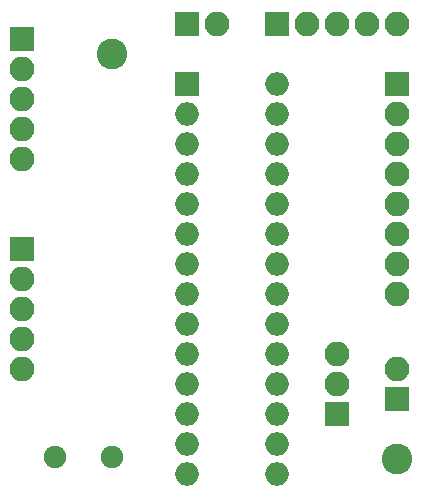
<source format=gbr>
G04 #@! TF.FileFunction,Soldermask,Bot*
%FSLAX46Y46*%
G04 Gerber Fmt 4.6, Leading zero omitted, Abs format (unit mm)*
G04 Created by KiCad (PCBNEW 4.0.7) date 03/25/18 14:44:14*
%MOMM*%
%LPD*%
G01*
G04 APERTURE LIST*
%ADD10C,0.100000*%
%ADD11C,2.600000*%
%ADD12C,1.900000*%
%ADD13R,2.100000X2.100000*%
%ADD14O,2.100000X2.100000*%
%ADD15R,2.000000X2.000000*%
%ADD16O,2.000000X2.000000*%
G04 APERTURE END LIST*
D10*
D11*
X198120000Y-128270000D03*
D12*
X173990000Y-128090000D03*
X169090000Y-128090000D03*
D13*
X198120000Y-96520000D03*
D14*
X198120000Y-99060000D03*
X198120000Y-101600000D03*
X198120000Y-104140000D03*
X198120000Y-106680000D03*
X198120000Y-109220000D03*
X198120000Y-111760000D03*
X198120000Y-114300000D03*
D15*
X180340000Y-96520000D03*
D16*
X187960000Y-129540000D03*
X180340000Y-99060000D03*
X187960000Y-127000000D03*
X180340000Y-101600000D03*
X187960000Y-124460000D03*
X180340000Y-104140000D03*
X187960000Y-121920000D03*
X180340000Y-106680000D03*
X187960000Y-119380000D03*
X180340000Y-109220000D03*
X187960000Y-116840000D03*
X180340000Y-111760000D03*
X187960000Y-114300000D03*
X180340000Y-114300000D03*
X187960000Y-111760000D03*
X180340000Y-116840000D03*
X187960000Y-109220000D03*
X180340000Y-119380000D03*
X187960000Y-106680000D03*
X180340000Y-121920000D03*
X187960000Y-104140000D03*
X180340000Y-124460000D03*
X187960000Y-101600000D03*
X180340000Y-127000000D03*
X187960000Y-99060000D03*
X180340000Y-129540000D03*
X187960000Y-96520000D03*
D13*
X180340000Y-91440000D03*
D14*
X182880000Y-91440000D03*
D13*
X187960000Y-91440000D03*
D14*
X190500000Y-91440000D03*
X193040000Y-91440000D03*
X195580000Y-91440000D03*
X198120000Y-91440000D03*
D13*
X198120000Y-123190000D03*
D14*
X198120000Y-120650000D03*
D13*
X193040000Y-124460000D03*
D14*
X193040000Y-121920000D03*
X193040000Y-119380000D03*
D13*
X166370000Y-110490000D03*
D14*
X166370000Y-113030000D03*
X166370000Y-115570000D03*
X166370000Y-118110000D03*
X166370000Y-120650000D03*
D13*
X166370000Y-92710000D03*
D14*
X166370000Y-95250000D03*
X166370000Y-97790000D03*
X166370000Y-100330000D03*
X166370000Y-102870000D03*
D11*
X173990000Y-93980000D03*
M02*

</source>
